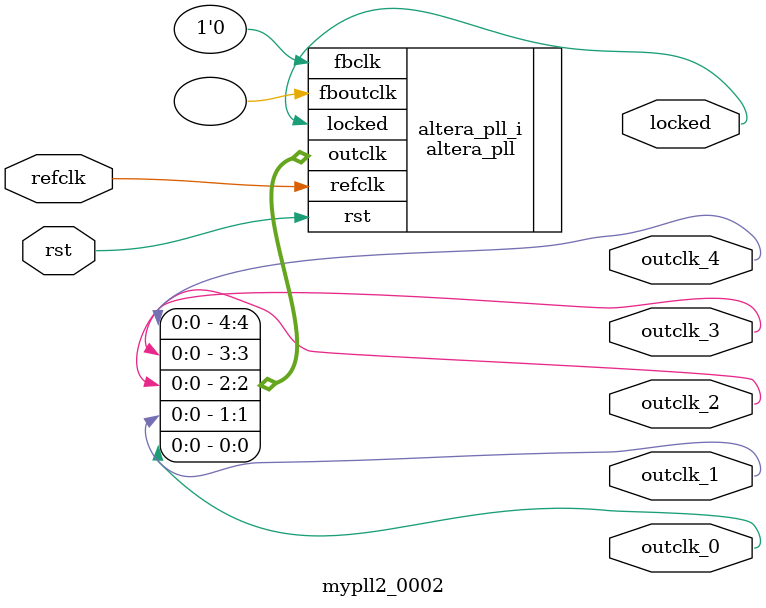
<source format=v>
`timescale 1ns/10ps
module  mypll2_0002(

	// interface 'refclk'
	input wire refclk,

	// interface 'reset'
	input wire rst,

	// interface 'outclk0'
	output wire outclk_0,

	// interface 'outclk1'
	output wire outclk_1,

	// interface 'outclk2'
	output wire outclk_2,

	// interface 'outclk3'
	output wire outclk_3,

	// interface 'outclk4'
	output wire outclk_4,

	// interface 'locked'
	output wire locked
);

	altera_pll #(
		.fractional_vco_multiplier("true"),
		.reference_clock_frequency("50.0 MHz"),
		.pll_fractional_cout(32),
		.pll_dsm_out_sel("1st_order"),
		.operation_mode("direct"),
		.number_of_clocks(5),
		.output_clock_frequency0("25.178529 MHz"),
		.phase_shift0("0 ps"),
		.duty_cycle0(50),
		.output_clock_frequency1("50.357058 MHz"),
		.phase_shift1("0 ps"),
		.duty_cycle1(50),
		.output_clock_frequency2("12.589264 MHz"),
		.phase_shift2("0 ps"),
		.duty_cycle2(50),
		.output_clock_frequency3("8.011350 MHz"),
		.phase_shift3("0 ps"),
		.duty_cycle3(50),
		.output_clock_frequency4("100.714114 MHz"),
		.phase_shift4("0 ps"),
		.duty_cycle4(50),
		.output_clock_frequency5("0 MHz"),
		.phase_shift5("0 ps"),
		.duty_cycle5(50),
		.output_clock_frequency6("0 MHz"),
		.phase_shift6("0 ps"),
		.duty_cycle6(50),
		.output_clock_frequency7("0 MHz"),
		.phase_shift7("0 ps"),
		.duty_cycle7(50),
		.output_clock_frequency8("0 MHz"),
		.phase_shift8("0 ps"),
		.duty_cycle8(50),
		.output_clock_frequency9("0 MHz"),
		.phase_shift9("0 ps"),
		.duty_cycle9(50),
		.output_clock_frequency10("0 MHz"),
		.phase_shift10("0 ps"),
		.duty_cycle10(50),
		.output_clock_frequency11("0 MHz"),
		.phase_shift11("0 ps"),
		.duty_cycle11(50),
		.output_clock_frequency12("0 MHz"),
		.phase_shift12("0 ps"),
		.duty_cycle12(50),
		.output_clock_frequency13("0 MHz"),
		.phase_shift13("0 ps"),
		.duty_cycle13(50),
		.output_clock_frequency14("0 MHz"),
		.phase_shift14("0 ps"),
		.duty_cycle14(50),
		.output_clock_frequency15("0 MHz"),
		.phase_shift15("0 ps"),
		.duty_cycle15(50),
		.output_clock_frequency16("0 MHz"),
		.phase_shift16("0 ps"),
		.duty_cycle16(50),
		.output_clock_frequency17("0 MHz"),
		.phase_shift17("0 ps"),
		.duty_cycle17(50),
		.pll_type("Cyclone V"),
		.pll_subtype("General"),
		.m_cnt_hi_div(7),
		.m_cnt_lo_div(7),
		.n_cnt_hi_div(256),
		.n_cnt_lo_div(256),
		.m_cnt_bypass_en("false"),
		.n_cnt_bypass_en("true"),
		.m_cnt_odd_div_duty_en("false"),
		.n_cnt_odd_div_duty_en("false"),
		.c_cnt_hi_div0(14),
		.c_cnt_lo_div0(14),
		.c_cnt_prst0(1),
		.c_cnt_ph_mux_prst0(0),
		.c_cnt_in_src0("ph_mux_clk"),
		.c_cnt_bypass_en0("false"),
		.c_cnt_odd_div_duty_en0("false"),
		.c_cnt_hi_div1(7),
		.c_cnt_lo_div1(7),
		.c_cnt_prst1(1),
		.c_cnt_ph_mux_prst1(0),
		.c_cnt_in_src1("ph_mux_clk"),
		.c_cnt_bypass_en1("false"),
		.c_cnt_odd_div_duty_en1("false"),
		.c_cnt_hi_div2(28),
		.c_cnt_lo_div2(28),
		.c_cnt_prst2(1),
		.c_cnt_ph_mux_prst2(0),
		.c_cnt_in_src2("ph_mux_clk"),
		.c_cnt_bypass_en2("false"),
		.c_cnt_odd_div_duty_en2("false"),
		.c_cnt_hi_div3(44),
		.c_cnt_lo_div3(44),
		.c_cnt_prst3(1),
		.c_cnt_ph_mux_prst3(0),
		.c_cnt_in_src3("ph_mux_clk"),
		.c_cnt_bypass_en3("false"),
		.c_cnt_odd_div_duty_en3("false"),
		.c_cnt_hi_div4(4),
		.c_cnt_lo_div4(3),
		.c_cnt_prst4(1),
		.c_cnt_ph_mux_prst4(0),
		.c_cnt_in_src4("ph_mux_clk"),
		.c_cnt_bypass_en4("false"),
		.c_cnt_odd_div_duty_en4("true"),
		.c_cnt_hi_div5(1),
		.c_cnt_lo_div5(1),
		.c_cnt_prst5(1),
		.c_cnt_ph_mux_prst5(0),
		.c_cnt_in_src5("ph_mux_clk"),
		.c_cnt_bypass_en5("true"),
		.c_cnt_odd_div_duty_en5("false"),
		.c_cnt_hi_div6(1),
		.c_cnt_lo_div6(1),
		.c_cnt_prst6(1),
		.c_cnt_ph_mux_prst6(0),
		.c_cnt_in_src6("ph_mux_clk"),
		.c_cnt_bypass_en6("true"),
		.c_cnt_odd_div_duty_en6("false"),
		.c_cnt_hi_div7(1),
		.c_cnt_lo_div7(1),
		.c_cnt_prst7(1),
		.c_cnt_ph_mux_prst7(0),
		.c_cnt_in_src7("ph_mux_clk"),
		.c_cnt_bypass_en7("true"),
		.c_cnt_odd_div_duty_en7("false"),
		.c_cnt_hi_div8(1),
		.c_cnt_lo_div8(1),
		.c_cnt_prst8(1),
		.c_cnt_ph_mux_prst8(0),
		.c_cnt_in_src8("ph_mux_clk"),
		.c_cnt_bypass_en8("true"),
		.c_cnt_odd_div_duty_en8("false"),
		.c_cnt_hi_div9(1),
		.c_cnt_lo_div9(1),
		.c_cnt_prst9(1),
		.c_cnt_ph_mux_prst9(0),
		.c_cnt_in_src9("ph_mux_clk"),
		.c_cnt_bypass_en9("true"),
		.c_cnt_odd_div_duty_en9("false"),
		.c_cnt_hi_div10(1),
		.c_cnt_lo_div10(1),
		.c_cnt_prst10(1),
		.c_cnt_ph_mux_prst10(0),
		.c_cnt_in_src10("ph_mux_clk"),
		.c_cnt_bypass_en10("true"),
		.c_cnt_odd_div_duty_en10("false"),
		.c_cnt_hi_div11(1),
		.c_cnt_lo_div11(1),
		.c_cnt_prst11(1),
		.c_cnt_ph_mux_prst11(0),
		.c_cnt_in_src11("ph_mux_clk"),
		.c_cnt_bypass_en11("true"),
		.c_cnt_odd_div_duty_en11("false"),
		.c_cnt_hi_div12(1),
		.c_cnt_lo_div12(1),
		.c_cnt_prst12(1),
		.c_cnt_ph_mux_prst12(0),
		.c_cnt_in_src12("ph_mux_clk"),
		.c_cnt_bypass_en12("true"),
		.c_cnt_odd_div_duty_en12("false"),
		.c_cnt_hi_div13(1),
		.c_cnt_lo_div13(1),
		.c_cnt_prst13(1),
		.c_cnt_ph_mux_prst13(0),
		.c_cnt_in_src13("ph_mux_clk"),
		.c_cnt_bypass_en13("true"),
		.c_cnt_odd_div_duty_en13("false"),
		.c_cnt_hi_div14(1),
		.c_cnt_lo_div14(1),
		.c_cnt_prst14(1),
		.c_cnt_ph_mux_prst14(0),
		.c_cnt_in_src14("ph_mux_clk"),
		.c_cnt_bypass_en14("true"),
		.c_cnt_odd_div_duty_en14("false"),
		.c_cnt_hi_div15(1),
		.c_cnt_lo_div15(1),
		.c_cnt_prst15(1),
		.c_cnt_ph_mux_prst15(0),
		.c_cnt_in_src15("ph_mux_clk"),
		.c_cnt_bypass_en15("true"),
		.c_cnt_odd_div_duty_en15("false"),
		.c_cnt_hi_div16(1),
		.c_cnt_lo_div16(1),
		.c_cnt_prst16(1),
		.c_cnt_ph_mux_prst16(0),
		.c_cnt_in_src16("ph_mux_clk"),
		.c_cnt_bypass_en16("true"),
		.c_cnt_odd_div_duty_en16("false"),
		.c_cnt_hi_div17(1),
		.c_cnt_lo_div17(1),
		.c_cnt_prst17(1),
		.c_cnt_ph_mux_prst17(0),
		.c_cnt_in_src17("ph_mux_clk"),
		.c_cnt_bypass_en17("true"),
		.c_cnt_odd_div_duty_en17("false"),
		.pll_vco_div(1),
		.pll_cp_current(20),
		.pll_bwctrl(4000),
		.pll_output_clk_frequency("704.9988 MHz"),
		.pll_fractional_division("429400000"),
		.mimic_fbclk_type("none"),
		.pll_fbclk_mux_1("glb"),
		.pll_fbclk_mux_2("m_cnt"),
		.pll_m_cnt_in_src("ph_mux_clk"),
		.pll_slf_rst("false")
	) altera_pll_i (
		.rst	(rst),
		.outclk	({outclk_4, outclk_3, outclk_2, outclk_1, outclk_0}),
		.locked	(locked),
		.fboutclk	( ),
		.fbclk	(1'b0),
		.refclk	(refclk)
	);
endmodule


</source>
